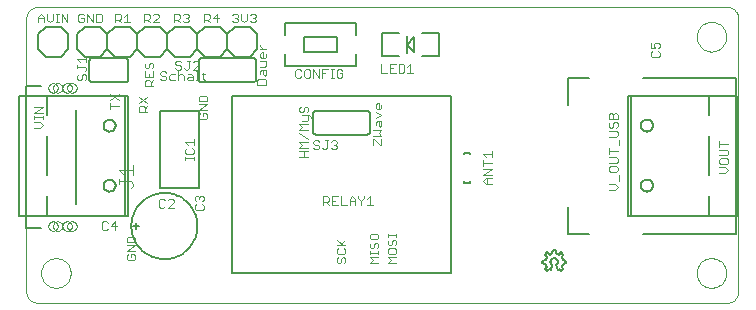
<source format=gto>
G75*
%MOIN*%
%OFA0B0*%
%FSLAX24Y24*%
%IPPOS*%
%LPD*%
%AMOC8*
5,1,8,0,0,1.08239X$1,22.5*
%
%ADD10C,0.0000*%
%ADD11C,0.0030*%
%ADD12C,0.0060*%
%ADD13C,0.0080*%
%ADD14C,0.0040*%
D10*
X005880Y000515D02*
X005880Y009649D01*
X005879Y009649D02*
X005877Y009686D01*
X005879Y009723D01*
X005884Y009760D01*
X005894Y009796D01*
X005907Y009831D01*
X005924Y009865D01*
X005944Y009896D01*
X005967Y009925D01*
X005994Y009952D01*
X006022Y009976D01*
X006054Y009996D01*
X006087Y010013D01*
X006122Y010027D01*
X006158Y010037D01*
X006195Y010043D01*
X029207Y010043D01*
X029244Y010045D01*
X029281Y010043D01*
X029318Y010038D01*
X029354Y010028D01*
X029389Y010015D01*
X029423Y009998D01*
X029454Y009978D01*
X029483Y009955D01*
X029510Y009928D01*
X029534Y009900D01*
X029554Y009868D01*
X029571Y009835D01*
X029585Y009800D01*
X029595Y009764D01*
X029601Y009727D01*
X029601Y009728D02*
X029601Y000594D01*
X029601Y000593D02*
X029603Y000556D01*
X029601Y000519D01*
X029596Y000482D01*
X029586Y000446D01*
X029573Y000411D01*
X029556Y000377D01*
X029536Y000346D01*
X029513Y000317D01*
X029486Y000290D01*
X029458Y000266D01*
X029426Y000246D01*
X029393Y000229D01*
X029358Y000215D01*
X029322Y000205D01*
X029285Y000199D01*
X029286Y000200D02*
X006274Y000200D01*
X006273Y000199D02*
X006238Y000197D01*
X006203Y000198D01*
X006169Y000203D01*
X006135Y000211D01*
X006102Y000222D01*
X006070Y000237D01*
X006039Y000255D01*
X006011Y000275D01*
X005985Y000298D01*
X005961Y000324D01*
X005940Y000352D01*
X005921Y000382D01*
X005906Y000413D01*
X005894Y000446D01*
X005885Y000480D01*
X005879Y000515D01*
X006372Y001184D02*
X006374Y001228D01*
X006380Y001272D01*
X006390Y001315D01*
X006403Y001357D01*
X006421Y001397D01*
X006442Y001436D01*
X006466Y001473D01*
X006493Y001508D01*
X006524Y001540D01*
X006557Y001569D01*
X006593Y001595D01*
X006631Y001617D01*
X006671Y001636D01*
X006712Y001652D01*
X006755Y001664D01*
X006798Y001672D01*
X006842Y001676D01*
X006886Y001676D01*
X006930Y001672D01*
X006973Y001664D01*
X007016Y001652D01*
X007057Y001636D01*
X007097Y001617D01*
X007135Y001595D01*
X007171Y001569D01*
X007204Y001540D01*
X007235Y001508D01*
X007262Y001473D01*
X007286Y001436D01*
X007307Y001397D01*
X007325Y001357D01*
X007338Y001315D01*
X007348Y001272D01*
X007354Y001228D01*
X007356Y001184D01*
X007354Y001140D01*
X007348Y001096D01*
X007338Y001053D01*
X007325Y001011D01*
X007307Y000971D01*
X007286Y000932D01*
X007262Y000895D01*
X007235Y000860D01*
X007204Y000828D01*
X007171Y000799D01*
X007135Y000773D01*
X007097Y000751D01*
X007057Y000732D01*
X007016Y000716D01*
X006973Y000704D01*
X006930Y000696D01*
X006886Y000692D01*
X006842Y000692D01*
X006798Y000696D01*
X006755Y000704D01*
X006712Y000716D01*
X006671Y000732D01*
X006631Y000751D01*
X006593Y000773D01*
X006557Y000799D01*
X006524Y000828D01*
X006493Y000860D01*
X006466Y000895D01*
X006442Y000932D01*
X006421Y000971D01*
X006403Y001011D01*
X006390Y001053D01*
X006380Y001096D01*
X006374Y001140D01*
X006372Y001184D01*
X006609Y002747D02*
X006611Y002772D01*
X006617Y002796D01*
X006626Y002818D01*
X006639Y002839D01*
X006655Y002858D01*
X006674Y002874D01*
X006695Y002887D01*
X006717Y002896D01*
X006741Y002902D01*
X006766Y002904D01*
X006791Y002902D01*
X006815Y002896D01*
X006837Y002887D01*
X006858Y002874D01*
X006877Y002858D01*
X006893Y002839D01*
X006906Y002818D01*
X006915Y002796D01*
X006921Y002772D01*
X006923Y002747D01*
X006921Y002722D01*
X006915Y002698D01*
X006906Y002676D01*
X006893Y002655D01*
X006877Y002636D01*
X006858Y002620D01*
X006837Y002607D01*
X006815Y002598D01*
X006791Y002592D01*
X006766Y002590D01*
X006741Y002592D01*
X006717Y002598D01*
X006695Y002607D01*
X006674Y002620D01*
X006655Y002636D01*
X006639Y002655D01*
X006626Y002676D01*
X006617Y002698D01*
X006611Y002722D01*
X006609Y002747D01*
X006766Y002747D02*
X006768Y002772D01*
X006774Y002796D01*
X006783Y002818D01*
X006796Y002839D01*
X006812Y002858D01*
X006831Y002874D01*
X006852Y002887D01*
X006874Y002896D01*
X006898Y002902D01*
X006923Y002904D01*
X006948Y002902D01*
X006972Y002896D01*
X006994Y002887D01*
X007015Y002874D01*
X007034Y002858D01*
X007050Y002839D01*
X007063Y002818D01*
X007072Y002796D01*
X007078Y002772D01*
X007080Y002747D01*
X007078Y002722D01*
X007072Y002698D01*
X007063Y002676D01*
X007050Y002655D01*
X007034Y002636D01*
X007015Y002620D01*
X006994Y002607D01*
X006972Y002598D01*
X006948Y002592D01*
X006923Y002590D01*
X006898Y002592D01*
X006874Y002598D01*
X006852Y002607D01*
X006831Y002620D01*
X006812Y002636D01*
X006796Y002655D01*
X006783Y002676D01*
X006774Y002698D01*
X006768Y002722D01*
X006766Y002747D01*
X007081Y002747D02*
X007083Y002772D01*
X007089Y002796D01*
X007098Y002818D01*
X007111Y002839D01*
X007127Y002858D01*
X007146Y002874D01*
X007167Y002887D01*
X007189Y002896D01*
X007213Y002902D01*
X007238Y002904D01*
X007263Y002902D01*
X007287Y002896D01*
X007309Y002887D01*
X007330Y002874D01*
X007349Y002858D01*
X007365Y002839D01*
X007378Y002818D01*
X007387Y002796D01*
X007393Y002772D01*
X007395Y002747D01*
X007393Y002722D01*
X007387Y002698D01*
X007378Y002676D01*
X007365Y002655D01*
X007349Y002636D01*
X007330Y002620D01*
X007309Y002607D01*
X007287Y002598D01*
X007263Y002592D01*
X007238Y002590D01*
X007213Y002592D01*
X007189Y002598D01*
X007167Y002607D01*
X007146Y002620D01*
X007127Y002636D01*
X007111Y002655D01*
X007098Y002676D01*
X007089Y002698D01*
X007083Y002722D01*
X007081Y002747D01*
X007239Y002747D02*
X007241Y002772D01*
X007247Y002796D01*
X007256Y002818D01*
X007269Y002839D01*
X007285Y002858D01*
X007304Y002874D01*
X007325Y002887D01*
X007347Y002896D01*
X007371Y002902D01*
X007396Y002904D01*
X007421Y002902D01*
X007445Y002896D01*
X007467Y002887D01*
X007488Y002874D01*
X007507Y002858D01*
X007523Y002839D01*
X007536Y002818D01*
X007545Y002796D01*
X007551Y002772D01*
X007553Y002747D01*
X007551Y002722D01*
X007545Y002698D01*
X007536Y002676D01*
X007523Y002655D01*
X007507Y002636D01*
X007488Y002620D01*
X007467Y002607D01*
X007445Y002598D01*
X007421Y002592D01*
X007396Y002590D01*
X007371Y002592D01*
X007347Y002598D01*
X007325Y002607D01*
X007304Y002620D01*
X007285Y002636D01*
X007269Y002655D01*
X007256Y002676D01*
X007247Y002698D01*
X007241Y002722D01*
X007239Y002747D01*
X007081Y007353D02*
X007083Y007378D01*
X007089Y007402D01*
X007098Y007424D01*
X007111Y007445D01*
X007127Y007464D01*
X007146Y007480D01*
X007167Y007493D01*
X007189Y007502D01*
X007213Y007508D01*
X007238Y007510D01*
X007263Y007508D01*
X007287Y007502D01*
X007309Y007493D01*
X007330Y007480D01*
X007349Y007464D01*
X007365Y007445D01*
X007378Y007424D01*
X007387Y007402D01*
X007393Y007378D01*
X007395Y007353D01*
X007393Y007328D01*
X007387Y007304D01*
X007378Y007282D01*
X007365Y007261D01*
X007349Y007242D01*
X007330Y007226D01*
X007309Y007213D01*
X007287Y007204D01*
X007263Y007198D01*
X007238Y007196D01*
X007213Y007198D01*
X007189Y007204D01*
X007167Y007213D01*
X007146Y007226D01*
X007127Y007242D01*
X007111Y007261D01*
X007098Y007282D01*
X007089Y007304D01*
X007083Y007328D01*
X007081Y007353D01*
X006766Y007353D02*
X006768Y007378D01*
X006774Y007402D01*
X006783Y007424D01*
X006796Y007445D01*
X006812Y007464D01*
X006831Y007480D01*
X006852Y007493D01*
X006874Y007502D01*
X006898Y007508D01*
X006923Y007510D01*
X006948Y007508D01*
X006972Y007502D01*
X006994Y007493D01*
X007015Y007480D01*
X007034Y007464D01*
X007050Y007445D01*
X007063Y007424D01*
X007072Y007402D01*
X007078Y007378D01*
X007080Y007353D01*
X007078Y007328D01*
X007072Y007304D01*
X007063Y007282D01*
X007050Y007261D01*
X007034Y007242D01*
X007015Y007226D01*
X006994Y007213D01*
X006972Y007204D01*
X006948Y007198D01*
X006923Y007196D01*
X006898Y007198D01*
X006874Y007204D01*
X006852Y007213D01*
X006831Y007226D01*
X006812Y007242D01*
X006796Y007261D01*
X006783Y007282D01*
X006774Y007304D01*
X006768Y007328D01*
X006766Y007353D01*
X006609Y007353D02*
X006611Y007378D01*
X006617Y007402D01*
X006626Y007424D01*
X006639Y007445D01*
X006655Y007464D01*
X006674Y007480D01*
X006695Y007493D01*
X006717Y007502D01*
X006741Y007508D01*
X006766Y007510D01*
X006791Y007508D01*
X006815Y007502D01*
X006837Y007493D01*
X006858Y007480D01*
X006877Y007464D01*
X006893Y007445D01*
X006906Y007424D01*
X006915Y007402D01*
X006921Y007378D01*
X006923Y007353D01*
X006921Y007328D01*
X006915Y007304D01*
X006906Y007282D01*
X006893Y007261D01*
X006877Y007242D01*
X006858Y007226D01*
X006837Y007213D01*
X006815Y007204D01*
X006791Y007198D01*
X006766Y007196D01*
X006741Y007198D01*
X006717Y007204D01*
X006695Y007213D01*
X006674Y007226D01*
X006655Y007242D01*
X006639Y007261D01*
X006626Y007282D01*
X006617Y007304D01*
X006611Y007328D01*
X006609Y007353D01*
X007239Y007353D02*
X007241Y007378D01*
X007247Y007402D01*
X007256Y007424D01*
X007269Y007445D01*
X007285Y007464D01*
X007304Y007480D01*
X007325Y007493D01*
X007347Y007502D01*
X007371Y007508D01*
X007396Y007510D01*
X007421Y007508D01*
X007445Y007502D01*
X007467Y007493D01*
X007488Y007480D01*
X007507Y007464D01*
X007523Y007445D01*
X007536Y007424D01*
X007545Y007402D01*
X007551Y007378D01*
X007553Y007353D01*
X007551Y007328D01*
X007545Y007304D01*
X007536Y007282D01*
X007523Y007261D01*
X007507Y007242D01*
X007488Y007226D01*
X007467Y007213D01*
X007445Y007204D01*
X007421Y007198D01*
X007396Y007196D01*
X007371Y007198D01*
X007347Y007204D01*
X007325Y007213D01*
X007304Y007226D01*
X007285Y007242D01*
X007269Y007261D01*
X007256Y007282D01*
X007247Y007304D01*
X007241Y007328D01*
X007239Y007353D01*
X028223Y009058D02*
X028225Y009102D01*
X028231Y009146D01*
X028241Y009189D01*
X028254Y009231D01*
X028272Y009271D01*
X028293Y009310D01*
X028317Y009347D01*
X028344Y009382D01*
X028375Y009414D01*
X028408Y009443D01*
X028444Y009469D01*
X028482Y009491D01*
X028522Y009510D01*
X028563Y009526D01*
X028606Y009538D01*
X028649Y009546D01*
X028693Y009550D01*
X028737Y009550D01*
X028781Y009546D01*
X028824Y009538D01*
X028867Y009526D01*
X028908Y009510D01*
X028948Y009491D01*
X028986Y009469D01*
X029022Y009443D01*
X029055Y009414D01*
X029086Y009382D01*
X029113Y009347D01*
X029137Y009310D01*
X029158Y009271D01*
X029176Y009231D01*
X029189Y009189D01*
X029199Y009146D01*
X029205Y009102D01*
X029207Y009058D01*
X029205Y009014D01*
X029199Y008970D01*
X029189Y008927D01*
X029176Y008885D01*
X029158Y008845D01*
X029137Y008806D01*
X029113Y008769D01*
X029086Y008734D01*
X029055Y008702D01*
X029022Y008673D01*
X028986Y008647D01*
X028948Y008625D01*
X028908Y008606D01*
X028867Y008590D01*
X028824Y008578D01*
X028781Y008570D01*
X028737Y008566D01*
X028693Y008566D01*
X028649Y008570D01*
X028606Y008578D01*
X028563Y008590D01*
X028522Y008606D01*
X028482Y008625D01*
X028444Y008647D01*
X028408Y008673D01*
X028375Y008702D01*
X028344Y008734D01*
X028317Y008769D01*
X028293Y008806D01*
X028272Y008845D01*
X028254Y008885D01*
X028241Y008927D01*
X028231Y008970D01*
X028225Y009014D01*
X028223Y009058D01*
X028223Y001184D02*
X028225Y001228D01*
X028231Y001272D01*
X028241Y001315D01*
X028254Y001357D01*
X028272Y001397D01*
X028293Y001436D01*
X028317Y001473D01*
X028344Y001508D01*
X028375Y001540D01*
X028408Y001569D01*
X028444Y001595D01*
X028482Y001617D01*
X028522Y001636D01*
X028563Y001652D01*
X028606Y001664D01*
X028649Y001672D01*
X028693Y001676D01*
X028737Y001676D01*
X028781Y001672D01*
X028824Y001664D01*
X028867Y001652D01*
X028908Y001636D01*
X028948Y001617D01*
X028986Y001595D01*
X029022Y001569D01*
X029055Y001540D01*
X029086Y001508D01*
X029113Y001473D01*
X029137Y001436D01*
X029158Y001397D01*
X029176Y001357D01*
X029189Y001315D01*
X029199Y001272D01*
X029205Y001228D01*
X029207Y001184D01*
X029205Y001140D01*
X029199Y001096D01*
X029189Y001053D01*
X029176Y001011D01*
X029158Y000971D01*
X029137Y000932D01*
X029113Y000895D01*
X029086Y000860D01*
X029055Y000828D01*
X029022Y000799D01*
X028986Y000773D01*
X028948Y000751D01*
X028908Y000732D01*
X028867Y000716D01*
X028824Y000704D01*
X028781Y000696D01*
X028737Y000692D01*
X028693Y000692D01*
X028649Y000696D01*
X028606Y000704D01*
X028563Y000716D01*
X028522Y000732D01*
X028482Y000751D01*
X028444Y000773D01*
X028408Y000799D01*
X028375Y000828D01*
X028344Y000860D01*
X028317Y000895D01*
X028293Y000932D01*
X028272Y000971D01*
X028254Y001011D01*
X028241Y001053D01*
X028231Y001096D01*
X028225Y001140D01*
X028223Y001184D01*
D11*
X025488Y003963D02*
X025585Y004060D01*
X025488Y004157D01*
X025295Y004157D01*
X025295Y003963D02*
X025488Y003963D01*
X025634Y004258D02*
X025634Y004451D01*
X025537Y004552D02*
X025585Y004601D01*
X025585Y004698D01*
X025537Y004746D01*
X025343Y004746D01*
X025295Y004698D01*
X025295Y004601D01*
X025343Y004552D01*
X025537Y004552D01*
X025537Y004847D02*
X025585Y004895D01*
X025585Y004992D01*
X025537Y005041D01*
X025295Y005041D01*
X025295Y005142D02*
X025295Y005335D01*
X025295Y005238D02*
X025585Y005238D01*
X025634Y005436D02*
X025634Y005630D01*
X025537Y005731D02*
X025585Y005779D01*
X025585Y005876D01*
X025537Y005925D01*
X025295Y005925D01*
X025343Y006026D02*
X025392Y006026D01*
X025440Y006074D01*
X025440Y006171D01*
X025488Y006219D01*
X025537Y006219D01*
X025585Y006171D01*
X025585Y006074D01*
X025537Y006026D01*
X025343Y006026D02*
X025295Y006074D01*
X025295Y006171D01*
X025343Y006219D01*
X025295Y006320D02*
X025295Y006465D01*
X025343Y006514D01*
X025392Y006514D01*
X025440Y006465D01*
X025440Y006320D01*
X025585Y006320D02*
X025295Y006320D01*
X025440Y006465D02*
X025488Y006514D01*
X025537Y006514D01*
X025585Y006465D01*
X025585Y006320D01*
X025537Y005731D02*
X025295Y005731D01*
X025295Y004847D02*
X025537Y004847D01*
X028975Y004858D02*
X029023Y004810D01*
X029217Y004810D01*
X029265Y004858D01*
X029265Y004955D01*
X029217Y005003D01*
X029023Y005003D01*
X028975Y004955D01*
X028975Y004858D01*
X028975Y004708D02*
X029168Y004708D01*
X029265Y004612D01*
X029168Y004515D01*
X028975Y004515D01*
X028975Y005104D02*
X029217Y005104D01*
X029265Y005153D01*
X029265Y005249D01*
X029217Y005298D01*
X028975Y005298D01*
X028975Y005399D02*
X028975Y005592D01*
X028975Y005496D02*
X029265Y005496D01*
X026937Y008376D02*
X026743Y008376D01*
X026695Y008424D01*
X026695Y008521D01*
X026743Y008569D01*
X026695Y008670D02*
X026840Y008670D01*
X026792Y008767D01*
X026792Y008815D01*
X026840Y008864D01*
X026937Y008864D01*
X026985Y008815D01*
X026985Y008719D01*
X026937Y008670D01*
X026937Y008569D02*
X026985Y008521D01*
X026985Y008424D01*
X026937Y008376D01*
X026695Y008670D02*
X026695Y008864D01*
X018773Y007865D02*
X018579Y007865D01*
X018676Y007865D02*
X018676Y008155D01*
X018579Y008058D01*
X018478Y008107D02*
X018430Y008155D01*
X018284Y008155D01*
X018284Y007865D01*
X018430Y007865D01*
X018478Y007913D01*
X018478Y008107D01*
X018183Y008155D02*
X017990Y008155D01*
X017990Y007865D01*
X018183Y007865D01*
X018087Y008010D02*
X017990Y008010D01*
X017889Y007865D02*
X017695Y007865D01*
X017695Y008155D01*
X016414Y007932D02*
X016365Y007980D01*
X016269Y007980D01*
X016220Y007932D01*
X016220Y007738D01*
X016269Y007690D01*
X016365Y007690D01*
X016414Y007738D01*
X016414Y007835D01*
X016317Y007835D01*
X016121Y007690D02*
X016024Y007690D01*
X016072Y007690D02*
X016072Y007980D01*
X016024Y007980D02*
X016121Y007980D01*
X015923Y007980D02*
X015729Y007980D01*
X015729Y007690D01*
X015628Y007690D02*
X015628Y007980D01*
X015729Y007835D02*
X015826Y007835D01*
X015628Y007690D02*
X015434Y007980D01*
X015434Y007690D01*
X015333Y007738D02*
X015333Y007932D01*
X015285Y007980D01*
X015188Y007980D01*
X015140Y007932D01*
X015140Y007738D01*
X015188Y007690D01*
X015285Y007690D01*
X015333Y007738D01*
X015039Y007738D02*
X014990Y007690D01*
X014894Y007690D01*
X014845Y007738D01*
X014845Y007932D01*
X014894Y007980D01*
X014990Y007980D01*
X015039Y007932D01*
X013865Y007953D02*
X013865Y007808D01*
X013817Y007760D01*
X013768Y007808D01*
X013768Y007953D01*
X013720Y007953D02*
X013865Y007953D01*
X013817Y008054D02*
X013865Y008103D01*
X013865Y008248D01*
X013672Y008248D01*
X013720Y008349D02*
X013672Y008397D01*
X013672Y008494D01*
X013720Y008542D01*
X013768Y008542D01*
X013768Y008349D01*
X013720Y008349D02*
X013817Y008349D01*
X013865Y008397D01*
X013865Y008494D01*
X013865Y008644D02*
X013672Y008644D01*
X013768Y008644D02*
X013672Y008740D01*
X013672Y008789D01*
X013672Y008054D02*
X013817Y008054D01*
X013720Y007953D02*
X013672Y007905D01*
X013672Y007808D01*
X013623Y007658D02*
X013575Y007610D01*
X013575Y007465D01*
X013865Y007465D01*
X013865Y007610D01*
X013817Y007658D01*
X013623Y007658D01*
X011817Y007615D02*
X011769Y007663D01*
X011769Y007857D01*
X011817Y007808D02*
X011720Y007808D01*
X011572Y007905D02*
X011572Y007615D01*
X011524Y007615D02*
X011621Y007615D01*
X011423Y007615D02*
X011423Y007760D01*
X011374Y007808D01*
X011277Y007808D01*
X011277Y007712D02*
X011423Y007712D01*
X011423Y007615D02*
X011277Y007615D01*
X011229Y007663D01*
X011277Y007712D01*
X011128Y007760D02*
X011128Y007615D01*
X011128Y007760D02*
X011080Y007808D01*
X010983Y007808D01*
X010934Y007760D01*
X010833Y007808D02*
X010688Y007808D01*
X010640Y007760D01*
X010640Y007663D01*
X010688Y007615D01*
X010833Y007615D01*
X010934Y007615D02*
X010934Y007905D01*
X010894Y007965D02*
X010845Y008013D01*
X010894Y007965D02*
X010990Y007965D01*
X011039Y008013D01*
X011039Y008062D01*
X010990Y008110D01*
X010894Y008110D01*
X010845Y008158D01*
X010845Y008207D01*
X010894Y008255D01*
X010990Y008255D01*
X011039Y008207D01*
X011237Y008255D02*
X011333Y008255D01*
X011285Y008255D02*
X011285Y008013D01*
X011237Y007965D01*
X011188Y007965D01*
X011140Y008013D01*
X011434Y007965D02*
X011628Y008158D01*
X011628Y008207D01*
X011580Y008255D01*
X011483Y008255D01*
X011434Y008207D01*
X011434Y007965D02*
X011628Y007965D01*
X011572Y007905D02*
X011524Y007905D01*
X010539Y007857D02*
X010490Y007905D01*
X010394Y007905D01*
X010345Y007857D01*
X010345Y007808D01*
X010394Y007760D01*
X010490Y007760D01*
X010539Y007712D01*
X010539Y007663D01*
X010490Y007615D01*
X010394Y007615D01*
X010345Y007663D01*
X010115Y007710D02*
X010115Y007903D01*
X010067Y008004D02*
X010115Y008053D01*
X010115Y008149D01*
X010067Y008198D01*
X010018Y008198D01*
X009970Y008149D01*
X009970Y008053D01*
X009922Y008004D01*
X009873Y008004D01*
X009825Y008053D01*
X009825Y008149D01*
X009873Y008198D01*
X009825Y007903D02*
X009825Y007710D01*
X010115Y007710D01*
X010115Y007608D02*
X010018Y007512D01*
X010018Y007560D02*
X010018Y007415D01*
X010115Y007415D02*
X009825Y007415D01*
X009825Y007560D01*
X009873Y007608D01*
X009970Y007608D01*
X010018Y007560D01*
X009970Y007710D02*
X009970Y007806D01*
X009915Y007053D02*
X009625Y006860D01*
X009673Y006758D02*
X009625Y006710D01*
X009625Y006565D01*
X009915Y006565D01*
X009818Y006565D02*
X009818Y006710D01*
X009770Y006758D01*
X009673Y006758D01*
X009818Y006662D02*
X009915Y006758D01*
X009915Y006860D02*
X009625Y007053D01*
X008965Y006960D02*
X008675Y007153D01*
X008675Y006960D02*
X008965Y007153D01*
X008675Y006858D02*
X008675Y006665D01*
X008675Y006762D02*
X008965Y006762D01*
X007865Y007663D02*
X007817Y007615D01*
X007865Y007663D02*
X007865Y007760D01*
X007817Y007808D01*
X007768Y007808D01*
X007720Y007760D01*
X007720Y007663D01*
X007672Y007615D01*
X007623Y007615D01*
X007575Y007663D01*
X007575Y007760D01*
X007623Y007808D01*
X007575Y008006D02*
X007575Y008103D01*
X007575Y008055D02*
X007817Y008055D01*
X007865Y008006D01*
X007865Y007958D01*
X007817Y007910D01*
X007865Y008204D02*
X007865Y008398D01*
X007865Y008301D02*
X007575Y008301D01*
X007672Y008204D01*
X007664Y009535D02*
X007615Y009583D01*
X007615Y009777D01*
X007664Y009825D01*
X007760Y009825D01*
X007809Y009777D01*
X007809Y009680D02*
X007712Y009680D01*
X007809Y009680D02*
X007809Y009583D01*
X007760Y009535D01*
X007664Y009535D01*
X007910Y009535D02*
X007910Y009825D01*
X008103Y009535D01*
X008103Y009825D01*
X008204Y009825D02*
X008350Y009825D01*
X008398Y009777D01*
X008398Y009583D01*
X008350Y009535D01*
X008204Y009535D01*
X008204Y009825D01*
X008845Y009825D02*
X008845Y009535D01*
X008845Y009632D02*
X008990Y009632D01*
X009039Y009680D01*
X009039Y009777D01*
X008990Y009825D01*
X008845Y009825D01*
X009140Y009728D02*
X009237Y009825D01*
X009237Y009535D01*
X009333Y009535D02*
X009140Y009535D01*
X009039Y009535D02*
X008942Y009632D01*
X009795Y009632D02*
X009940Y009632D01*
X009989Y009680D01*
X009989Y009777D01*
X009940Y009825D01*
X009795Y009825D01*
X009795Y009535D01*
X009892Y009632D02*
X009989Y009535D01*
X010090Y009535D02*
X010283Y009728D01*
X010283Y009777D01*
X010235Y009825D01*
X010138Y009825D01*
X010090Y009777D01*
X010090Y009535D02*
X010283Y009535D01*
X010795Y009535D02*
X010795Y009825D01*
X010940Y009825D01*
X010989Y009777D01*
X010989Y009680D01*
X010940Y009632D01*
X010795Y009632D01*
X010892Y009632D02*
X010989Y009535D01*
X011090Y009583D02*
X011138Y009535D01*
X011235Y009535D01*
X011283Y009583D01*
X011283Y009632D01*
X011235Y009680D01*
X011187Y009680D01*
X011235Y009680D02*
X011283Y009728D01*
X011283Y009777D01*
X011235Y009825D01*
X011138Y009825D01*
X011090Y009777D01*
X011795Y009825D02*
X011795Y009535D01*
X011795Y009632D02*
X011940Y009632D01*
X011989Y009680D01*
X011989Y009777D01*
X011940Y009825D01*
X011795Y009825D01*
X012090Y009680D02*
X012283Y009680D01*
X012235Y009535D02*
X012235Y009825D01*
X012090Y009680D01*
X011989Y009535D02*
X011892Y009632D01*
X012745Y009583D02*
X012794Y009535D01*
X012890Y009535D01*
X012939Y009583D01*
X012939Y009632D01*
X012890Y009680D01*
X012842Y009680D01*
X012890Y009680D02*
X012939Y009728D01*
X012939Y009777D01*
X012890Y009825D01*
X012794Y009825D01*
X012745Y009777D01*
X013040Y009825D02*
X013040Y009632D01*
X013137Y009535D01*
X013233Y009632D01*
X013233Y009825D01*
X013334Y009777D02*
X013383Y009825D01*
X013480Y009825D01*
X013528Y009777D01*
X013528Y009728D01*
X013480Y009680D01*
X013528Y009632D01*
X013528Y009583D01*
X013480Y009535D01*
X013383Y009535D01*
X013334Y009583D01*
X013431Y009680D02*
X013480Y009680D01*
X007244Y009535D02*
X007244Y009825D01*
X007051Y009825D02*
X007244Y009535D01*
X007051Y009535D02*
X007051Y009825D01*
X006951Y009825D02*
X006854Y009825D01*
X006903Y009825D02*
X006903Y009535D01*
X006951Y009535D02*
X006854Y009535D01*
X006753Y009632D02*
X006753Y009825D01*
X006560Y009825D02*
X006560Y009632D01*
X006657Y009535D01*
X006753Y009632D01*
X006459Y009680D02*
X006265Y009680D01*
X006265Y009728D02*
X006362Y009825D01*
X006459Y009728D01*
X006459Y009535D01*
X006265Y009535D02*
X006265Y009728D01*
X011625Y007049D02*
X011625Y006904D01*
X011915Y006904D01*
X011915Y007049D01*
X011867Y007098D01*
X011673Y007098D01*
X011625Y007049D01*
X011625Y006803D02*
X011915Y006803D01*
X011625Y006610D01*
X011915Y006610D01*
X011867Y006508D02*
X011770Y006508D01*
X011770Y006412D01*
X011673Y006508D02*
X011625Y006460D01*
X011625Y006363D01*
X011673Y006315D01*
X011867Y006315D01*
X011915Y006363D01*
X011915Y006460D01*
X011867Y006508D01*
X011460Y005639D02*
X011460Y005445D01*
X011460Y005542D02*
X011170Y005542D01*
X011267Y005445D01*
X011218Y005344D02*
X011170Y005296D01*
X011170Y005199D01*
X011218Y005151D01*
X011412Y005151D01*
X011460Y005199D01*
X011460Y005296D01*
X011412Y005344D01*
X011460Y005051D02*
X011460Y004954D01*
X011460Y005003D02*
X011170Y005003D01*
X011170Y005051D02*
X011170Y004954D01*
X011543Y003764D02*
X011592Y003764D01*
X011640Y003715D01*
X011688Y003764D01*
X011737Y003764D01*
X011785Y003715D01*
X011785Y003619D01*
X011737Y003570D01*
X011737Y003469D02*
X011785Y003421D01*
X011785Y003324D01*
X011737Y003276D01*
X011543Y003276D01*
X011495Y003324D01*
X011495Y003421D01*
X011543Y003469D01*
X011543Y003570D02*
X011495Y003619D01*
X011495Y003715D01*
X011543Y003764D01*
X011640Y003715D02*
X011640Y003667D01*
X010783Y003607D02*
X010783Y003558D01*
X010590Y003365D01*
X010783Y003365D01*
X010489Y003413D02*
X010440Y003365D01*
X010344Y003365D01*
X010295Y003413D01*
X010295Y003607D01*
X010344Y003655D01*
X010440Y003655D01*
X010489Y003607D01*
X010590Y003607D02*
X010638Y003655D01*
X010735Y003655D01*
X010783Y003607D01*
X008835Y002905D02*
X008690Y002760D01*
X008883Y002760D01*
X008835Y002615D02*
X008835Y002905D01*
X008589Y002857D02*
X008540Y002905D01*
X008444Y002905D01*
X008395Y002857D01*
X008395Y002663D01*
X008444Y002615D01*
X008540Y002615D01*
X008589Y002663D01*
X009225Y002349D02*
X009225Y002204D01*
X009515Y002204D01*
X009515Y002349D01*
X009467Y002398D01*
X009273Y002398D01*
X009225Y002349D01*
X009225Y002103D02*
X009515Y002103D01*
X009225Y001910D01*
X009515Y001910D01*
X009467Y001808D02*
X009370Y001808D01*
X009370Y001712D01*
X009273Y001808D02*
X009225Y001760D01*
X009225Y001663D01*
X009273Y001615D01*
X009467Y001615D01*
X009515Y001663D01*
X009515Y001760D01*
X009467Y001808D01*
X015767Y003445D02*
X015767Y003735D01*
X015912Y003735D01*
X015961Y003687D01*
X015961Y003590D01*
X015912Y003542D01*
X015767Y003542D01*
X015864Y003542D02*
X015961Y003445D01*
X016062Y003445D02*
X016255Y003445D01*
X016357Y003445D02*
X016550Y003445D01*
X016651Y003445D02*
X016651Y003638D01*
X016748Y003735D01*
X016845Y003638D01*
X016845Y003445D01*
X017043Y003445D02*
X017043Y003590D01*
X017139Y003687D01*
X017139Y003735D01*
X017241Y003638D02*
X017337Y003735D01*
X017337Y003445D01*
X017241Y003445D02*
X017434Y003445D01*
X017043Y003590D02*
X016946Y003687D01*
X016946Y003735D01*
X016845Y003590D02*
X016651Y003590D01*
X016357Y003735D02*
X016357Y003445D01*
X016062Y003445D02*
X016062Y003735D01*
X016255Y003735D01*
X016159Y003590D02*
X016062Y003590D01*
X017325Y002446D02*
X017373Y002494D01*
X017567Y002494D01*
X017615Y002446D01*
X017615Y002349D01*
X017567Y002301D01*
X017373Y002301D01*
X017325Y002349D01*
X017325Y002446D01*
X017373Y002200D02*
X017325Y002151D01*
X017325Y002054D01*
X017373Y002006D01*
X017422Y002006D01*
X017470Y002054D01*
X017470Y002151D01*
X017518Y002200D01*
X017567Y002200D01*
X017615Y002151D01*
X017615Y002054D01*
X017567Y002006D01*
X017615Y001906D02*
X017615Y001810D01*
X017615Y001858D02*
X017325Y001858D01*
X017325Y001810D02*
X017325Y001906D01*
X017325Y001708D02*
X017615Y001708D01*
X017615Y001515D02*
X017325Y001515D01*
X017422Y001612D01*
X017325Y001708D01*
X017925Y001708D02*
X018215Y001708D01*
X018167Y001810D02*
X018215Y001858D01*
X018215Y001955D01*
X018167Y002003D01*
X017973Y002003D01*
X017925Y001955D01*
X017925Y001858D01*
X017973Y001810D01*
X018167Y001810D01*
X018022Y001612D02*
X017925Y001708D01*
X018022Y001612D02*
X017925Y001515D01*
X018215Y001515D01*
X018167Y002104D02*
X018215Y002153D01*
X018215Y002249D01*
X018167Y002298D01*
X018118Y002298D01*
X018070Y002249D01*
X018070Y002153D01*
X018022Y002104D01*
X017973Y002104D01*
X017925Y002153D01*
X017925Y002249D01*
X017973Y002298D01*
X017925Y002399D02*
X017925Y002496D01*
X017925Y002447D02*
X018215Y002447D01*
X018215Y002399D02*
X018215Y002496D01*
X016515Y002298D02*
X016370Y002153D01*
X016418Y002104D02*
X016225Y002298D01*
X016225Y002104D02*
X016515Y002104D01*
X016467Y002003D02*
X016515Y001955D01*
X016515Y001858D01*
X016467Y001810D01*
X016273Y001810D01*
X016225Y001858D01*
X016225Y001955D01*
X016273Y002003D01*
X016273Y001708D02*
X016225Y001660D01*
X016225Y001563D01*
X016273Y001515D01*
X016322Y001515D01*
X016370Y001563D01*
X016370Y001660D01*
X016418Y001708D01*
X016467Y001708D01*
X016515Y001660D01*
X016515Y001563D01*
X016467Y001515D01*
X021095Y004258D02*
X021192Y004161D01*
X021385Y004161D01*
X021240Y004161D02*
X021240Y004355D01*
X021192Y004355D02*
X021385Y004355D01*
X021385Y004456D02*
X021095Y004456D01*
X021385Y004650D01*
X021095Y004650D01*
X021095Y004751D02*
X021095Y004944D01*
X021095Y004847D02*
X021385Y004847D01*
X021385Y005045D02*
X021385Y005239D01*
X021385Y005142D02*
X021095Y005142D01*
X021192Y005045D01*
X021192Y004355D02*
X021095Y004258D01*
X017715Y005465D02*
X017715Y005658D01*
X017715Y005760D02*
X017425Y005760D01*
X017425Y005658D02*
X017473Y005658D01*
X017667Y005465D01*
X017715Y005465D01*
X017425Y005465D02*
X017425Y005658D01*
X017618Y005856D02*
X017715Y005760D01*
X017618Y005856D02*
X017715Y005953D01*
X017425Y005953D01*
X017522Y006103D02*
X017522Y006199D01*
X017570Y006248D01*
X017715Y006248D01*
X017715Y006103D01*
X017667Y006054D01*
X017618Y006103D01*
X017618Y006248D01*
X017522Y006349D02*
X017715Y006446D01*
X017522Y006542D01*
X017570Y006644D02*
X017522Y006692D01*
X017522Y006789D01*
X017570Y006837D01*
X017618Y006837D01*
X017618Y006644D01*
X017570Y006644D02*
X017667Y006644D01*
X017715Y006692D01*
X017715Y006789D01*
X015362Y006389D02*
X015362Y006340D01*
X015362Y006389D02*
X015314Y006437D01*
X015072Y006437D01*
X015072Y006538D02*
X015120Y006587D01*
X015120Y006683D01*
X015168Y006732D01*
X015217Y006732D01*
X015265Y006683D01*
X015265Y006587D01*
X015217Y006538D01*
X015265Y006437D02*
X015265Y006292D01*
X015217Y006244D01*
X015072Y006244D01*
X014975Y006142D02*
X015265Y006142D01*
X015265Y005949D02*
X014975Y005949D01*
X015072Y006046D01*
X014975Y006142D01*
X014975Y005848D02*
X015265Y005654D01*
X015265Y005553D02*
X014975Y005553D01*
X015072Y005456D01*
X014975Y005360D01*
X015265Y005360D01*
X015265Y005258D02*
X014975Y005258D01*
X015120Y005258D02*
X015120Y005065D01*
X015265Y005065D02*
X014975Y005065D01*
X015445Y005363D02*
X015494Y005315D01*
X015590Y005315D01*
X015639Y005363D01*
X015639Y005412D01*
X015590Y005460D01*
X015494Y005460D01*
X015445Y005508D01*
X015445Y005557D01*
X015494Y005605D01*
X015590Y005605D01*
X015639Y005557D01*
X015837Y005605D02*
X015933Y005605D01*
X015885Y005605D02*
X015885Y005363D01*
X015837Y005315D01*
X015788Y005315D01*
X015740Y005363D01*
X016034Y005363D02*
X016083Y005315D01*
X016180Y005315D01*
X016228Y005363D01*
X016228Y005412D01*
X016180Y005460D01*
X016131Y005460D01*
X016180Y005460D02*
X016228Y005508D01*
X016228Y005557D01*
X016180Y005605D01*
X016083Y005605D01*
X016034Y005557D01*
X015072Y006538D02*
X015023Y006538D01*
X014975Y006587D01*
X014975Y006683D01*
X015023Y006732D01*
X006435Y006714D02*
X006145Y006714D01*
X006145Y006520D02*
X006435Y006714D01*
X006435Y006520D02*
X006145Y006520D01*
X006145Y006421D02*
X006145Y006324D01*
X006145Y006372D02*
X006435Y006372D01*
X006435Y006324D02*
X006435Y006421D01*
X006338Y006223D02*
X006145Y006223D01*
X006338Y006223D02*
X006435Y006126D01*
X006338Y006029D01*
X006145Y006029D01*
D12*
X006580Y005750D02*
X006580Y004450D01*
X006580Y003750D02*
X006580Y003100D01*
X009180Y003100D01*
X009280Y003100D01*
X009280Y007100D01*
X009180Y007100D01*
X006580Y007100D01*
X005630Y007100D01*
X005630Y003100D01*
X006580Y003100D01*
X008450Y004100D02*
X008452Y004128D01*
X008458Y004155D01*
X008467Y004181D01*
X008480Y004206D01*
X008497Y004229D01*
X008516Y004249D01*
X008538Y004266D01*
X008562Y004280D01*
X008588Y004290D01*
X008615Y004297D01*
X008643Y004300D01*
X008671Y004299D01*
X008698Y004294D01*
X008725Y004285D01*
X008750Y004273D01*
X008773Y004258D01*
X008794Y004239D01*
X008812Y004218D01*
X008827Y004194D01*
X008838Y004168D01*
X008846Y004142D01*
X008850Y004114D01*
X008850Y004086D01*
X008846Y004058D01*
X008838Y004032D01*
X008827Y004006D01*
X008812Y003982D01*
X008794Y003961D01*
X008773Y003942D01*
X008750Y003927D01*
X008725Y003915D01*
X008698Y003906D01*
X008671Y003901D01*
X008643Y003900D01*
X008615Y003903D01*
X008588Y003910D01*
X008562Y003920D01*
X008538Y003934D01*
X008516Y003951D01*
X008497Y003971D01*
X008480Y003994D01*
X008467Y004019D01*
X008458Y004045D01*
X008452Y004072D01*
X008450Y004100D01*
X009180Y003100D02*
X009180Y007100D01*
X009180Y007550D02*
X008080Y007550D01*
X008063Y007552D01*
X008046Y007556D01*
X008030Y007563D01*
X008016Y007573D01*
X008003Y007586D01*
X007993Y007600D01*
X007986Y007616D01*
X007982Y007633D01*
X007980Y007650D01*
X007980Y008250D01*
X007982Y008267D01*
X007986Y008284D01*
X007993Y008300D01*
X008003Y008314D01*
X008016Y008327D01*
X008030Y008337D01*
X008046Y008344D01*
X008063Y008348D01*
X008080Y008350D01*
X009180Y008350D01*
X009197Y008348D01*
X009214Y008344D01*
X009230Y008337D01*
X009244Y008327D01*
X009257Y008314D01*
X009267Y008300D01*
X009274Y008284D01*
X009278Y008267D01*
X009280Y008250D01*
X009280Y007650D01*
X009278Y007633D01*
X009274Y007616D01*
X009267Y007600D01*
X009257Y007586D01*
X009244Y007573D01*
X009230Y007563D01*
X009214Y007556D01*
X009197Y007552D01*
X009180Y007550D01*
X009330Y008400D02*
X008830Y008400D01*
X008580Y008650D01*
X008330Y008400D01*
X007830Y008400D01*
X007580Y008650D01*
X007580Y009150D01*
X007830Y009400D01*
X008330Y009400D01*
X008580Y009150D01*
X008830Y009400D01*
X009330Y009400D01*
X009580Y009150D01*
X009580Y008650D01*
X009330Y008400D01*
X009580Y008650D02*
X009830Y008400D01*
X010330Y008400D01*
X010580Y008650D01*
X010830Y008400D01*
X011330Y008400D01*
X011580Y008650D01*
X011830Y008400D01*
X012330Y008400D01*
X012580Y008650D01*
X012830Y008400D01*
X013330Y008400D01*
X013580Y008650D01*
X013580Y009150D01*
X013330Y009400D01*
X012830Y009400D01*
X012580Y009150D01*
X012580Y008650D01*
X011730Y008350D02*
X013430Y008350D01*
X013447Y008348D01*
X013464Y008344D01*
X013480Y008337D01*
X013494Y008327D01*
X013507Y008314D01*
X013517Y008300D01*
X013524Y008284D01*
X013528Y008267D01*
X013530Y008250D01*
X013530Y007650D01*
X013528Y007633D01*
X013524Y007616D01*
X013517Y007600D01*
X013507Y007586D01*
X013494Y007573D01*
X013480Y007563D01*
X013464Y007556D01*
X013447Y007552D01*
X013430Y007550D01*
X011730Y007550D01*
X011713Y007552D01*
X011696Y007556D01*
X011680Y007563D01*
X011666Y007573D01*
X011653Y007586D01*
X011643Y007600D01*
X011636Y007616D01*
X011632Y007633D01*
X011630Y007650D01*
X011630Y008250D01*
X011632Y008267D01*
X011636Y008284D01*
X011643Y008300D01*
X011653Y008314D01*
X011666Y008327D01*
X011680Y008337D01*
X011696Y008344D01*
X011713Y008348D01*
X011730Y008350D01*
X011580Y008650D02*
X011580Y009150D01*
X011830Y009400D01*
X012330Y009400D01*
X012580Y009150D01*
X011580Y009150D02*
X011330Y009400D01*
X010830Y009400D01*
X010580Y009150D01*
X010580Y008650D01*
X010580Y009150D02*
X010330Y009400D01*
X009830Y009400D01*
X009580Y009150D01*
X008580Y009150D02*
X008580Y008650D01*
X007280Y008650D02*
X007030Y008400D01*
X006530Y008400D01*
X006280Y008650D01*
X006280Y009150D01*
X006530Y009400D01*
X007030Y009400D01*
X007280Y009150D01*
X007280Y008650D01*
X006580Y007100D02*
X006580Y006450D01*
X008450Y006100D02*
X008452Y006128D01*
X008458Y006155D01*
X008467Y006181D01*
X008480Y006206D01*
X008497Y006229D01*
X008516Y006249D01*
X008538Y006266D01*
X008562Y006280D01*
X008588Y006290D01*
X008615Y006297D01*
X008643Y006300D01*
X008671Y006299D01*
X008698Y006294D01*
X008725Y006285D01*
X008750Y006273D01*
X008773Y006258D01*
X008794Y006239D01*
X008812Y006218D01*
X008827Y006194D01*
X008838Y006168D01*
X008846Y006142D01*
X008850Y006114D01*
X008850Y006086D01*
X008846Y006058D01*
X008838Y006032D01*
X008827Y006006D01*
X008812Y005982D01*
X008794Y005961D01*
X008773Y005942D01*
X008750Y005927D01*
X008725Y005915D01*
X008698Y005906D01*
X008671Y005901D01*
X008643Y005900D01*
X008615Y005903D01*
X008588Y005910D01*
X008562Y005920D01*
X008538Y005934D01*
X008516Y005951D01*
X008497Y005971D01*
X008480Y005994D01*
X008467Y006019D01*
X008458Y006045D01*
X008452Y006072D01*
X008450Y006100D01*
X015430Y005900D02*
X015430Y006500D01*
X015432Y006517D01*
X015436Y006534D01*
X015443Y006550D01*
X015453Y006564D01*
X015466Y006577D01*
X015480Y006587D01*
X015496Y006594D01*
X015513Y006598D01*
X015530Y006600D01*
X017230Y006600D01*
X017247Y006598D01*
X017264Y006594D01*
X017280Y006587D01*
X017294Y006577D01*
X017307Y006564D01*
X017317Y006550D01*
X017324Y006534D01*
X017328Y006517D01*
X017330Y006500D01*
X017330Y005900D01*
X017328Y005883D01*
X017324Y005866D01*
X017317Y005850D01*
X017307Y005836D01*
X017294Y005823D01*
X017280Y005813D01*
X017264Y005806D01*
X017247Y005802D01*
X017230Y005800D01*
X015530Y005800D01*
X015513Y005802D01*
X015496Y005806D01*
X015480Y005813D01*
X015466Y005823D01*
X015453Y005836D01*
X015443Y005850D01*
X015436Y005866D01*
X015432Y005883D01*
X015430Y005900D01*
X020480Y005200D02*
X020480Y005150D01*
X020480Y005200D02*
X020680Y005200D01*
X020680Y005150D01*
X020680Y004250D02*
X020680Y004200D01*
X020480Y004200D01*
X020480Y004250D01*
X025930Y003100D02*
X025930Y007100D01*
X026030Y007100D01*
X028630Y007100D01*
X028630Y006450D01*
X028630Y007100D02*
X029580Y007100D01*
X029580Y003100D01*
X028630Y003100D01*
X028630Y003750D01*
X028630Y003100D02*
X026030Y003100D01*
X025930Y003100D01*
X026030Y003100D02*
X026030Y007100D01*
X026360Y006100D02*
X026362Y006128D01*
X026368Y006155D01*
X026377Y006181D01*
X026390Y006206D01*
X026407Y006229D01*
X026426Y006249D01*
X026448Y006266D01*
X026472Y006280D01*
X026498Y006290D01*
X026525Y006297D01*
X026553Y006300D01*
X026581Y006299D01*
X026608Y006294D01*
X026635Y006285D01*
X026660Y006273D01*
X026683Y006258D01*
X026704Y006239D01*
X026722Y006218D01*
X026737Y006194D01*
X026748Y006168D01*
X026756Y006142D01*
X026760Y006114D01*
X026760Y006086D01*
X026756Y006058D01*
X026748Y006032D01*
X026737Y006006D01*
X026722Y005982D01*
X026704Y005961D01*
X026683Y005942D01*
X026660Y005927D01*
X026635Y005915D01*
X026608Y005906D01*
X026581Y005901D01*
X026553Y005900D01*
X026525Y005903D01*
X026498Y005910D01*
X026472Y005920D01*
X026448Y005934D01*
X026426Y005951D01*
X026407Y005971D01*
X026390Y005994D01*
X026377Y006019D01*
X026368Y006045D01*
X026362Y006072D01*
X026360Y006100D01*
X028630Y005750D02*
X028630Y004450D01*
X026360Y004100D02*
X026362Y004128D01*
X026368Y004155D01*
X026377Y004181D01*
X026390Y004206D01*
X026407Y004229D01*
X026426Y004249D01*
X026448Y004266D01*
X026472Y004280D01*
X026498Y004290D01*
X026525Y004297D01*
X026553Y004300D01*
X026581Y004299D01*
X026608Y004294D01*
X026635Y004285D01*
X026660Y004273D01*
X026683Y004258D01*
X026704Y004239D01*
X026722Y004218D01*
X026737Y004194D01*
X026748Y004168D01*
X026756Y004142D01*
X026760Y004114D01*
X026760Y004086D01*
X026756Y004058D01*
X026748Y004032D01*
X026737Y004006D01*
X026722Y003982D01*
X026704Y003961D01*
X026683Y003942D01*
X026660Y003927D01*
X026635Y003915D01*
X026608Y003906D01*
X026581Y003901D01*
X026553Y003900D01*
X026525Y003903D01*
X026498Y003910D01*
X026472Y003920D01*
X026448Y003934D01*
X026426Y003951D01*
X026407Y003971D01*
X026390Y003994D01*
X026377Y004019D01*
X026368Y004045D01*
X026362Y004072D01*
X026360Y004100D01*
X023780Y001800D02*
X023710Y001870D01*
X023620Y001800D01*
X023540Y001840D01*
X023520Y001950D01*
X023430Y001950D01*
X023400Y001840D01*
X023320Y001800D01*
X023230Y001870D01*
X023160Y001800D01*
X023220Y001710D01*
X023190Y001620D01*
X023080Y001600D01*
X023080Y001510D01*
X023180Y001490D01*
X023220Y001400D01*
X023160Y001310D01*
X023230Y001250D01*
X023310Y001310D01*
X023350Y001290D01*
X023410Y001450D01*
X023530Y001450D02*
X023590Y001290D01*
X023630Y001310D01*
X023710Y001250D01*
X023780Y001310D01*
X023720Y001400D01*
X023760Y001490D01*
X023860Y001510D01*
X023860Y001600D01*
X023760Y001620D01*
X023720Y001710D01*
X023780Y001800D01*
X023530Y001450D02*
X023547Y001462D01*
X023562Y001477D01*
X023575Y001494D01*
X023584Y001513D01*
X023589Y001534D01*
X023591Y001555D01*
X023589Y001576D01*
X023584Y001596D01*
X023575Y001615D01*
X023563Y001633D01*
X023548Y001648D01*
X023531Y001660D01*
X023511Y001669D01*
X023491Y001674D01*
X023470Y001676D01*
X023449Y001674D01*
X023429Y001669D01*
X023409Y001660D01*
X023392Y001648D01*
X023377Y001633D01*
X023365Y001615D01*
X023356Y001596D01*
X023351Y001576D01*
X023349Y001555D01*
X023351Y001534D01*
X023356Y001513D01*
X023365Y001494D01*
X023378Y001477D01*
X023393Y001462D01*
X023410Y001450D01*
X023393Y001462D01*
X023378Y001477D01*
X023365Y001494D01*
X023356Y001513D01*
X023351Y001534D01*
X023349Y001555D01*
X023351Y001576D01*
X023356Y001596D01*
X023365Y001615D01*
X023377Y001633D01*
X023392Y001648D01*
X023409Y001660D01*
X023429Y001669D01*
X023449Y001674D01*
X023470Y001676D01*
X023491Y001674D01*
X023511Y001669D01*
X023531Y001660D01*
X023548Y001648D01*
X023563Y001633D01*
X023575Y001615D01*
X023584Y001596D01*
X023589Y001576D01*
X023591Y001555D01*
X023589Y001534D01*
X023584Y001513D01*
X023575Y001494D01*
X023562Y001477D01*
X023547Y001462D01*
X023530Y001450D01*
X009380Y002750D02*
X009382Y002816D01*
X009388Y002881D01*
X009398Y002946D01*
X009411Y003011D01*
X009429Y003074D01*
X009450Y003137D01*
X009475Y003197D01*
X009504Y003257D01*
X009536Y003314D01*
X009571Y003370D01*
X009610Y003423D01*
X009652Y003474D01*
X009696Y003522D01*
X009744Y003567D01*
X009794Y003610D01*
X009847Y003649D01*
X009902Y003686D01*
X009959Y003719D01*
X010018Y003748D01*
X010078Y003774D01*
X010140Y003796D01*
X010203Y003815D01*
X010267Y003829D01*
X010332Y003840D01*
X010398Y003847D01*
X010464Y003850D01*
X010529Y003849D01*
X010595Y003844D01*
X010660Y003835D01*
X010725Y003822D01*
X010788Y003806D01*
X010851Y003786D01*
X010912Y003761D01*
X010972Y003734D01*
X011030Y003703D01*
X011086Y003668D01*
X011140Y003630D01*
X011191Y003589D01*
X011240Y003545D01*
X011286Y003498D01*
X011330Y003449D01*
X011370Y003397D01*
X011407Y003342D01*
X011441Y003286D01*
X011471Y003227D01*
X011498Y003167D01*
X011521Y003106D01*
X011540Y003043D01*
X011556Y002979D01*
X011568Y002914D01*
X011576Y002849D01*
X011580Y002783D01*
X011580Y002717D01*
X011576Y002651D01*
X011568Y002586D01*
X011556Y002521D01*
X011540Y002457D01*
X011521Y002394D01*
X011498Y002333D01*
X011471Y002273D01*
X011441Y002214D01*
X011407Y002158D01*
X011370Y002103D01*
X011330Y002051D01*
X011286Y002002D01*
X011240Y001955D01*
X011191Y001911D01*
X011140Y001870D01*
X011086Y001832D01*
X011030Y001797D01*
X010972Y001766D01*
X010912Y001739D01*
X010851Y001714D01*
X010788Y001694D01*
X010725Y001678D01*
X010660Y001665D01*
X010595Y001656D01*
X010529Y001651D01*
X010464Y001650D01*
X010398Y001653D01*
X010332Y001660D01*
X010267Y001671D01*
X010203Y001685D01*
X010140Y001704D01*
X010078Y001726D01*
X010018Y001752D01*
X009959Y001781D01*
X009902Y001814D01*
X009847Y001851D01*
X009794Y001890D01*
X009744Y001933D01*
X009696Y001978D01*
X009652Y002026D01*
X009610Y002077D01*
X009571Y002130D01*
X009536Y002186D01*
X009504Y002243D01*
X009475Y002303D01*
X009450Y002363D01*
X009429Y002426D01*
X009411Y002489D01*
X009398Y002554D01*
X009388Y002619D01*
X009382Y002684D01*
X009380Y002750D01*
X009430Y002750D02*
X009630Y002750D01*
X009530Y002650D02*
X009530Y002850D01*
D13*
X007542Y003475D02*
X007542Y006625D01*
X006360Y007412D02*
X005880Y007412D01*
X005880Y002688D01*
X006360Y002688D01*
X010330Y004010D02*
X010330Y006590D01*
X011630Y006590D01*
X011630Y004010D01*
X010330Y004010D01*
X012737Y001194D02*
X020020Y001194D01*
X020020Y007100D01*
X012737Y007100D01*
X012737Y001194D01*
X023930Y002500D02*
X024630Y002500D01*
X023930Y002500D02*
X023930Y003400D01*
X026430Y002500D02*
X029530Y002500D01*
X029530Y007700D01*
X026430Y007700D01*
X024630Y007700D02*
X023930Y007700D01*
X023930Y006800D01*
X019625Y008406D02*
X019625Y009194D01*
X019074Y009194D01*
X018798Y009036D02*
X018562Y008800D01*
X018798Y008564D01*
X018798Y009036D01*
X018562Y009076D02*
X018562Y008800D01*
X018562Y008524D01*
X018286Y008406D02*
X017735Y008406D01*
X017735Y009194D01*
X018286Y009194D01*
X016861Y009115D02*
X016861Y009509D01*
X014499Y009509D01*
X014499Y009115D01*
X015129Y009036D02*
X015129Y008564D01*
X016231Y008564D01*
X016231Y009036D01*
X015129Y009036D01*
X014499Y008485D02*
X014499Y008091D01*
X016861Y008091D01*
X016861Y008485D01*
X019074Y008406D02*
X019625Y008406D01*
D14*
X009431Y004774D02*
X009431Y004467D01*
X009431Y004621D02*
X008971Y004621D01*
X009124Y004467D01*
X008971Y004314D02*
X008971Y004160D01*
X008971Y004237D02*
X009354Y004237D01*
X009431Y004160D01*
X009431Y004084D01*
X009354Y004007D01*
M02*

</source>
